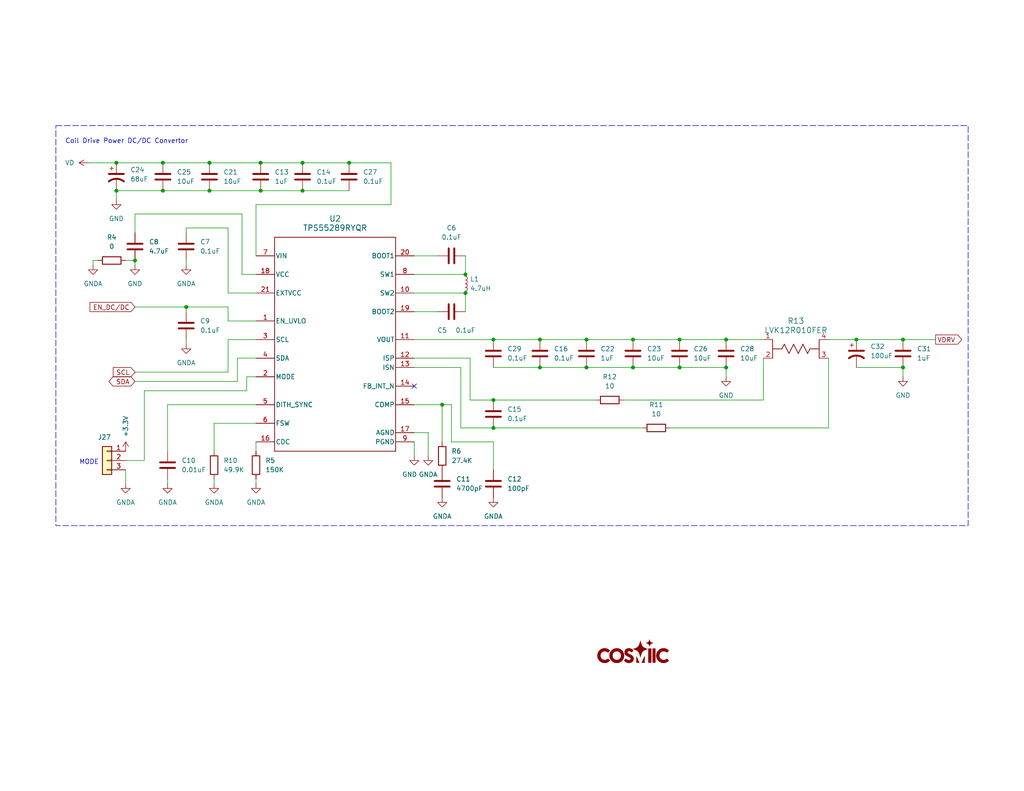
<source format=kicad_sch>
(kicad_sch (version 20231120) (generator "eeschema") (generator_version "8.0")
  (paper "A")
  (title_block (title "Smart Battery Charger - Coil Drive Power") (date "2025-04-14") (rev "A"))
  (lib_symbols
    (symbol "COSMiiC-1000:LOGO" (pin_names (offset 1.016))
      (symbol "LOGO_0_0"
        (polyline (pts (xy 5.7446 -3.1185) (xy 6.1148 -3.1115) (xy 6.1148 -1.1938) (xy 6.1148 0.7239) (xy 5.727 0.731) (xy 5.3393 0.738) (xy 5.3393 -1.1762) (xy 5.3393 -1.2) (xy 5.3396 -1.5064) (xy 5.3403 -1.7976) (xy 5.3413 -2.0698) (xy 5.3428 -2.3189) (xy 5.3445 -2.5411) (xy 5.3466 -2.7322) (xy 5.3489 -2.8885) (xy 5.3514 -3.0058) (xy 5.3541 -3.0802) (xy 5.3569 -3.1079) (xy 5.3638 -3.1104) (xy 5.4123 -3.1155) (xy 5.4983 -3.1187) (xy 5.6122 -3.1198) (xy 5.7446 -3.1185)) (stroke (width 0.01)) (fill (type outline)))
        (polyline (pts (xy 1.669 -3.0416) (xy 1.6443 -2.9839) (xy 1.5986 -2.8787) (xy 1.5412 -2.7473) (xy 1.475 -2.5963) (xy 1.4029 -2.4324) (xy 1.3278 -2.2621) (xy 1.2527 -2.0921) (xy 1.1804 -1.929) (xy 1.114 -1.7793) (xy 1.0562 -1.6498) (xy 1.0101 -1.5469) (xy 0.9785 -1.4774) (xy 0.9645 -1.4478) (xy 0.9613 -1.4495) (xy 0.9559 -1.4895) (xy 0.9512 -1.5737) (xy 0.9473 -1.6978) (xy 0.9443 -1.8576) (xy 0.9423 -2.0487) (xy 0.9415 -2.2669) (xy 0.9407 -3.1242) (xy 1.3224 -3.1242) (xy 1.7041 -3.1242) (xy 1.669 -3.0416)) (stroke (width 0.01)) (fill (type outline)))
        (polyline (pts (xy 3.1527 -2.2563) (xy 3.1525 -2.092) (xy 3.1518 -1.902) (xy 3.1506 -1.7341) (xy 3.1489 -1.5942) (xy 3.1469 -1.4879) (xy 3.1447 -1.4209) (xy 3.1422 -1.3991) (xy 3.136 -1.411) (xy 3.1116 -1.4636) (xy 3.0717 -1.5521) (xy 3.0189 -1.6703) (xy 2.9562 -1.8117) (xy 2.8862 -1.9701) (xy 2.8117 -2.1391) (xy 2.7356 -2.3123) (xy 2.6606 -2.4834) (xy 2.5895 -2.6462) (xy 2.5251 -2.7942) (xy 2.4701 -2.9211) (xy 2.4274 -3.0205) (xy 2.3998 -3.0862) (xy 2.39 -3.1118) (xy 2.3961 -3.114) (xy 2.4422 -3.118) (xy 2.526 -3.1212) (xy 2.6386 -3.1234) (xy 2.7713 -3.1242) (xy 3.1527 -3.1242) (xy 3.1527 -2.2563)) (stroke (width 0.01)) (fill (type outline)))
        (polyline (pts (xy 4.514 1.3657) (xy 4.541 1.4249) (xy 4.5725 1.5118) (xy 4.6146 1.6294) (xy 4.6905 1.7946) (xy 4.7784 1.9219) (xy 4.8861 2.0195) (xy 5.0215 2.0955) (xy 5.1922 2.1581) (xy 5.2051 2.1621) (xy 5.2985 2.1909) (xy 5.3737 2.2143) (xy 5.4156 2.2277) (xy 5.4192 2.2303) (xy 5.4017 2.2459) (xy 5.3467 2.2695) (xy 5.263 2.297) (xy 5.0836 2.3577) (xy 4.9255 2.4342) (xy 4.8025 2.5282) (xy 4.7066 2.6479) (xy 4.6295 2.8015) (xy 4.5629 2.9972) (xy 4.5073 3.1877) (xy 4.4413 2.9718) (xy 4.3981 2.8433) (xy 4.3259 2.6838) (xy 4.2382 2.56) (xy 4.1261 2.4628) (xy 3.9807 2.3833) (xy 3.7934 2.3125) (xy 3.7384 2.2936) (xy 3.6612 2.2632) (xy 3.6157 2.2396) (xy 3.6104 2.2268) (xy 3.6376 2.2179) (xy 3.7048 2.1964) (xy 3.7884 2.1702) (xy 3.8781 2.1403) (xy 4.0484 2.0663) (xy 4.1806 1.9764) (xy 4.2833 1.8618) (xy 4.3653 1.7139) (xy 4.4352 1.524) (xy 4.4538 1.4646) (xy 4.4774 1.3906) (xy 4.4919 1.3462) (xy 4.4959 1.3428) (xy 4.514 1.3657)) (stroke (width 0.01)) (fill (type outline)))
        (polyline (pts (xy 4.7574 -3.1238) (xy 4.8617 -3.1176) (xy 4.9392 -3.1076) (xy 4.9783 -3.0937) (xy 4.9824 -3.0841) (xy 4.988 -3.049) (xy 4.9928 -2.9867) (xy 4.9969 -2.8947) (xy 5.0002 -2.7701) (xy 5.003 -2.6106) (xy 5.0051 -2.4133) (xy 5.0067 -2.1758) (xy 5.0077 -1.8953) (xy 5.0083 -1.5692) (xy 5.0084 -1.195) (xy 5.0081 -0.9073) (xy 5.0073 -0.6168) (xy 5.006 -0.3447) (xy 5.0042 -0.095) (xy 5.0021 0.1282) (xy 4.9997 0.3209) (xy 4.9969 0.4791) (xy 4.9939 0.5986) (xy 4.9907 0.6755) (xy 4.9874 0.7056) (xy 4.9741 0.7156) (xy 4.9324 0.7254) (xy 4.858 0.731) (xy 4.745 0.7328) (xy 4.5873 0.731) (xy 4.2079 0.7239) (xy 4.2014 -1.1656) (xy 4.2013 -1.1752) (xy 4.2002 -1.5605) (xy 4.1998 -1.897) (xy 4.2001 -2.1871) (xy 4.2011 -2.4326) (xy 4.2029 -2.6358) (xy 4.2054 -2.7988) (xy 4.2087 -2.9235) (xy 4.2128 -3.0122) (xy 4.2177 -3.0668) (xy 4.2235 -3.0896) (xy 4.2422 -3.0992) (xy 4.3055 -3.1113) (xy 4.4003 -3.1199) (xy 4.515 -3.1249) (xy 4.638 -3.1262) (xy 4.7574 -3.1238)) (stroke (width 0.01)) (fill (type outline)))
        (polyline (pts (xy 2.1257 -1.2369) (xy 2.1262 -1.2351) (xy 2.2243 -0.9084) (xy 2.324 -0.6301) (xy 2.425 -0.4009) (xy 2.5269 -0.2218) (xy 2.5663 -0.1659) (xy 2.7098 -0.0037) (xy 2.8877 0.1416) (xy 3.104 0.2727) (xy 3.3628 0.392) (xy 3.6679 0.5022) (xy 3.9669 0.5987) (xy 3.6646 0.6944) (xy 3.6004 0.7151) (xy 3.3014 0.8273) (xy 3.0482 0.9511) (xy 2.8372 1.089) (xy 2.6646 1.243) (xy 2.5269 1.4157) (xy 2.5264 1.4165) (xy 2.4245 1.5959) (xy 2.3235 1.8253) (xy 2.2238 2.1038) (xy 2.1257 2.4308) (xy 2.0145 2.8321) (xy 1.9841 2.7178) (xy 1.9239 2.4961) (xy 1.8502 2.2395) (xy 1.7817 2.0225) (xy 1.7159 1.8393) (xy 1.6501 1.684) (xy 1.5819 1.5509) (xy 1.5087 1.4339) (xy 1.4281 1.3273) (xy 1.3374 1.2252) (xy 1.3321 1.2197) (xy 1.2356 1.124) (xy 1.1451 1.05) (xy 1.0428 0.9845) (xy 0.9107 0.9146) (xy 0.8327 0.8776) (xy 0.6795 0.8114) (xy 0.5163 0.7475) (xy 0.3675 0.6955) (xy 0.3625 0.6939) (xy 0.2514 0.6576) (xy 0.1616 0.6271) (xy 0.1022 0.6055) (xy 0.0822 0.596) (xy 0.0834 0.5953) (xy 0.1162 0.5831) (xy 0.1864 0.5586) (xy 0.2848 0.5251) (xy 0.4022 0.4858) (xy 0.4129 0.4823) (xy 0.6678 0.3899) (xy 0.8802 0.2964) (xy 1.0577 0.1976) (xy 1.2082 0.089) (xy 1.3396 -0.0336) (xy 1.4058 -0.1067) (xy 1.4887 -0.2114) (xy 1.5635 -0.3251) (xy 1.6327 -0.4536) (xy 1.699 -0.6029) (xy 1.7647 -0.7788) (xy 1.8324 -0.987) (xy 1.9047 -1.2334) (xy 1.9841 -1.524) (xy 2.0145 -1.6383) (xy 2.1257 -1.2369)) (stroke (width 0.01)) (fill (type outline)))
        (polyline (pts (xy -4.2702 -3.1834) (xy -4.0673 -3.1608) (xy -3.8908 -3.1236) (xy -3.7726 -3.0862) (xy -3.489 -2.9612) (xy -3.2292 -2.7954) (xy -2.9986 -2.5932) (xy -2.8025 -2.3591) (xy -2.6464 -2.0975) (xy -2.6074 -2.0152) (xy -2.5398 -1.8473) (xy -2.4938 -1.6834) (xy -2.4649 -1.5054) (xy -2.4487 -1.2954) (xy -2.4457 -1.1386) (xy -2.4709 -0.8321) (xy -2.5398 -0.5488) (xy -2.6542 -0.2847) (xy -2.8156 -0.0354) (xy -3.0257 0.2032) (xy -3.0487 0.226) (xy -3.2901 0.4317) (xy -3.544 0.5891) (xy -3.8142 0.6997) (xy -4.1045 0.7651) (xy -4.4188 0.787) (xy -4.5107 0.7852) (xy -4.8208 0.7488) (xy -5.1132 0.6685) (xy -5.3845 0.548) (xy -5.6315 0.3907) (xy -5.8509 0.2004) (xy -6.0396 -0.0193) (xy -6.1942 -0.2648) (xy -6.3115 -0.5325) (xy -6.3883 -0.8187) (xy -6.4214 -1.1199) (xy -6.417 -1.2192) (xy -5.6016 -1.2192) (xy -5.584 -0.9706) (xy -5.5258 -0.747) (xy -5.4251 -0.5458) (xy -5.2797 -0.3613) (xy -5.2725 -0.3537) (xy -5.0908 -0.1971) (xy -4.8904 -0.0867) (xy -4.6681 -0.0214) (xy -4.421 0.0001) (xy -4.2237 -0.0158) (xy -3.9965 -0.0767) (xy -3.791 -0.1798) (xy -3.6117 -0.3213) (xy -3.4633 -0.4974) (xy -3.3504 -0.7042) (xy -3.2776 -0.9381) (xy -3.2666 -1.0064) (xy -3.2578 -1.1701) (xy -3.2663 -1.3469) (xy -3.2907 -1.516) (xy -3.3295 -1.6567) (xy -3.3972 -1.8004) (xy -3.5237 -1.9832) (xy -3.6811 -2.1418) (xy -3.8601 -2.2674) (xy -4.0516 -2.3511) (xy -4.1143 -2.3677) (xy -4.2696 -2.3929) (xy -4.4358 -2.4031) (xy -4.5932 -2.3975) (xy -4.7224 -2.3754) (xy -4.8365 -2.338) (xy -5.0578 -2.2293) (xy -5.2451 -2.0848) (xy -5.3959 -1.908) (xy -5.5073 -1.7024) (xy -5.5768 -1.4716) (xy -5.6016 -1.2192) (xy -6.417 -1.2192) (xy -6.4074 -1.4324) (xy -6.3827 -1.5923) (xy -6.3067 -1.8796) (xy -6.1908 -2.1412) (xy -6.0313 -2.3842) (xy -5.8247 -2.6162) (xy -5.7598 -2.6783) (xy -5.5425 -2.8567) (xy -5.3168 -2.993) (xy -5.0708 -3.0935) (xy -4.7927 -3.1644) (xy -4.6753 -3.1811) (xy -4.4795 -3.1905) (xy -4.2702 -3.1834)) (stroke (width 0.01)) (fill (type outline)))
        (polyline (pts (xy -7.5463 -3.187) (xy -7.2443 -3.1356) (xy -6.9578 -3.0387) (xy -6.6914 -2.8977) (xy -6.4497 -2.7138) (xy -6.4155 -2.6829) (xy -6.362 -2.631) (xy -6.3382 -2.5961) (xy -6.3383 -2.5667) (xy -6.3564 -2.5313) (xy -6.3858 -2.4917) (xy -6.4404 -2.4282) (xy -6.511 -2.3509) (xy -6.5894 -2.2682) (xy -6.6671 -2.1889) (xy -6.736 -2.1216) (xy -6.7876 -2.0748) (xy -6.8137 -2.0574) (xy -6.8263 -2.0623) (xy -6.8708 -2.0911) (xy -6.9313 -2.1371) (xy -6.9987 -2.1866) (xy -7.1858 -2.2887) (xy -7.3948 -2.3624) (xy -7.6093 -2.4027) (xy -7.8133 -2.4049) (xy -7.8367 -2.4024) (xy -8.0837 -2.3514) (xy -8.3041 -2.2591) (xy -8.4946 -2.1288) (xy -8.6519 -1.964) (xy -8.7728 -1.7678) (xy -8.854 -1.5439) (xy -8.8922 -1.2954) (xy -8.8951 -1.2174) (xy -8.8764 -0.9618) (xy -8.8128 -0.7297) (xy -8.7039 -0.5203) (xy -8.5496 -0.333) (xy -8.4962 -0.2826) (xy -8.3113 -0.1477) (xy -8.1077 -0.0577) (xy -7.8815 -0.0111) (xy -7.6288 -0.0065) (xy -7.5473 -0.0134) (xy -7.3518 -0.0507) (xy -7.1708 -0.121) (xy -6.986 -0.2307) (xy -6.9851 -0.2312) (xy -6.9075 -0.2811) (xy -6.8435 -0.3166) (xy -6.8071 -0.3302) (xy -6.7909 -0.325) (xy -6.7593 -0.3027) (xy -6.7108 -0.2587) (xy -6.6412 -0.1891) (xy -6.5463 -0.0897) (xy -6.4218 0.0436) (xy -6.388 0.0815) (xy -6.3511 0.1362) (xy -6.344 0.1847) (xy -6.3698 0.2357) (xy -6.4312 0.2982) (xy -6.5313 0.3811) (xy -6.7088 0.5078) (xy -6.9245 0.6229) (xy -7.1709 0.7152) (xy -7.1957 0.7228) (xy -7.2788 0.7452) (xy -7.3607 0.7602) (xy -7.4545 0.7692) (xy -7.573 0.7736) (xy -7.7294 0.7747) (xy -7.7764 0.7747) (xy -7.9212 0.7728) (xy -8.0317 0.7673) (xy -8.121 0.7568) (xy -8.2019 0.7399) (xy -8.2876 0.7153) (xy -8.3491 0.6951) (xy -8.6508 0.5662) (xy -8.9197 0.399) (xy -9.1542 0.195) (xy -9.3529 -0.0442) (xy -9.514 -0.3172) (xy -9.6362 -0.6223) (xy -9.6574 -0.7015) (xy -9.6869 -0.8733) (xy -9.7045 -1.068) (xy -9.7095 -1.2684) (xy -9.7011 -1.4572) (xy -9.6786 -1.6174) (xy -9.608 -1.8743) (xy -9.4946 -2.1356) (xy -9.3404 -2.3763) (xy -9.1405 -2.6056) (xy -9.1238 -2.6223) (xy -8.8831 -2.8263) (xy -8.619 -2.9877) (xy -8.3362 -3.1041) (xy -8.0395 -3.1729) (xy -7.859 -3.1916) (xy -7.5463 -3.187)) (stroke (width 0.01)) (fill (type outline)))
        (polyline (pts (xy 8.5169 -3.1876) (xy 8.8197 -3.1368) (xy 9.1072 -3.0403) (xy 9.375 -2.8994) (xy 9.6184 -2.7153) (xy 9.6774 -2.6607) (xy 9.719 -2.6136) (xy 9.7325 -2.5786) (xy 9.7245 -2.5455) (xy 9.7218 -2.5404) (xy 9.69 -2.4975) (xy 9.6342 -2.4324) (xy 9.5627 -2.3537) (xy 9.4836 -2.2699) (xy 9.4053 -2.1898) (xy 9.336 -2.122) (xy 9.2839 -2.0749) (xy 9.2572 -2.0574) (xy 9.2442 -2.0621) (xy 9.1987 -2.0905) (xy 9.1375 -2.1361) (xy 9.0463 -2.2022) (xy 8.8386 -2.3116) (xy 8.618 -2.3794) (xy 8.3914 -2.4061) (xy 8.1658 -2.3926) (xy 7.9479 -2.3396) (xy 7.7447 -2.2478) (xy 7.5631 -2.118) (xy 7.4099 -1.9509) (xy 7.3786 -1.9069) (xy 7.2726 -1.7192) (xy 7.2071 -1.5203) (xy 7.1767 -1.2954) (xy 7.1737 -1.2156) (xy 7.1927 -0.9602) (xy 7.2565 -0.7284) (xy 7.3653 -0.52) (xy 7.5193 -0.3345) (xy 7.5742 -0.2831) (xy 7.7604 -0.1477) (xy 7.9638 -0.0575) (xy 8.1888 -0.011) (xy 8.4401 -0.0065) (xy 8.5215 -0.0134) (xy 8.717 -0.0507) (xy 8.8981 -0.121) (xy 9.0829 -0.2307) (xy 9.0837 -0.2312) (xy 9.1614 -0.2811) (xy 9.2253 -0.3166) (xy 9.2617 -0.3302) (xy 9.2725 -0.3269) (xy 9.3214 -0.291) (xy 9.402 -0.2154) (xy 9.5142 -0.1002) (xy 9.6582 0.0547) (xy 9.6824 0.0824) (xy 9.7185 0.1382) (xy 9.7242 0.1887) (xy 9.6963 0.242) (xy 9.6316 0.3062) (xy 9.527 0.3893) (xy 9.4305 0.4597) (xy 9.2645 0.564) (xy 9.0944 0.6453) (xy 8.8982 0.7151) (xy 8.8884 0.7182) (xy 8.8015 0.7425) (xy 8.718 0.7588) (xy 8.6243 0.7687) (xy 8.5069 0.7735) (xy 8.3522 0.7747) (xy 8.2106 0.7731) (xy 8.0347 0.763) (xy 7.8835 0.7408) (xy 7.7416 0.7029) (xy 7.5936 0.6459) (xy 7.4242 0.5665) (xy 7.3272 0.5163) (xy 7.2324 0.4596) (xy 7.1455 0.3955) (xy 7.0526 0.3139) (xy 6.94 0.2043) (xy 6.9266 0.1908) (xy 6.7262 -0.0376) (xy 6.5731 -0.2725) (xy 6.4639 -0.5215) (xy 6.3951 -0.7922) (xy 6.3634 -1.0922) (xy 6.3609 -1.2669) (xy 6.387 -1.5754) (xy 6.4551 -1.8588) (xy 6.5668 -2.1217) (xy 6.724 -2.3689) (xy 6.9284 -2.605) (xy 6.9457 -2.6223) (xy 7.1855 -2.8263) (xy 7.4491 -2.9877) (xy 7.732 -3.104) (xy 8.0294 -3.1729) (xy 8.2034 -3.1913) (xy 8.5169 -3.1876)) (stroke (width 0.01)) (fill (type outline)))
        (polyline (pts (xy -0.9611 -3.1767) (xy -0.7752 -3.1496) (xy -0.6102 -3.1087) (xy -0.4592 -3.0505) (xy -0.2548 -2.9317) (xy -0.0879 -2.78) (xy 0.0395 -2.5977) (xy 0.1257 -2.3871) (xy 0.1689 -2.1503) (xy 0.1712 -2.1188) (xy 0.1631 -1.8805) (xy 0.1094 -1.6613) (xy 0.011 -1.4641) (xy -0.131 -1.2916) (xy -0.1339 -1.2888) (xy -0.2158 -1.2165) (xy -0.312 -1.1457) (xy -0.4292 -1.0725) (xy -0.574 -0.9931) (xy -0.7531 -0.9037) (xy -0.9731 -0.8002) (xy -1.0855 -0.7473) (xy -1.2415 -0.6678) (xy -1.3576 -0.5973) (xy -1.4388 -0.5314) (xy -1.4905 -0.4656) (xy -1.5176 -0.3954) (xy -1.5256 -0.3161) (xy -1.525 -0.2895) (xy -1.5019 -0.1652) (xy -1.4417 -0.0719) (xy -1.3403 -0.0026) (xy -1.2478 0.0323) (xy -1.0812 0.0535) (xy -0.9047 0.0284) (xy -0.723 -0.042) (xy -0.5408 -0.1568) (xy -0.4542 -0.2177) (xy -0.3791 -0.2586) (xy -0.3344 -0.2665) (xy -0.3277 -0.2633) (xy -0.2837 -0.2267) (xy -0.2222 -0.1613) (xy -0.1517 -0.0781) (xy -0.0811 0.0121) (xy -0.0188 0.0982) (xy 0.0264 0.1693) (xy 0.0459 0.2144) (xy 0.036 0.257) (xy -0.0136 0.3256) (xy -0.0999 0.4073) (xy -0.2176 0.4975) (xy -0.3616 0.5914) (xy -0.3737 0.5986) (xy -0.5216 0.6768) (xy -0.667 0.7298) (xy -0.8275 0.7626) (xy -1.0203 0.7804) (xy -1.2269 0.78) (xy -1.4756 0.7439) (xy -1.6979 0.6697) (xy -1.8906 0.5596) (xy -2.0508 0.4159) (xy -2.1754 0.241) (xy -2.2615 0.0369) (xy -2.306 -0.1939) (xy -2.3098 -0.2813) (xy -2.297 -0.4568) (xy -2.2613 -0.6285) (xy -2.2066 -0.774) (xy -2.1414 -0.8867) (xy -2.0611 -0.9904) (xy -1.9608 -1.0875) (xy -1.8349 -1.1825) (xy -1.6776 -1.2796) (xy -1.4832 -1.3832) (xy -1.2459 -1.4975) (xy -1.1523 -1.5416) (xy -1.0212 -1.6057) (xy -0.9071 -1.664) (xy -0.8198 -1.7116) (xy -0.7691 -1.7433) (xy -0.7402 -1.7673) (xy -0.658 -1.8699) (xy -0.6151 -1.9861) (xy -0.6107 -2.106) (xy -0.6441 -2.2194) (xy -0.7143 -2.3163) (xy -0.8207 -2.3868) (xy -1.0137 -2.4447) (xy -1.2105 -2.4533) (xy -1.4073 -2.4122) (xy -1.6016 -2.3222) (xy -1.791 -2.1836) (xy -1.8007 -2.1752) (xy -1.8762 -2.1155) (xy -1.941 -2.0733) (xy -1.9819 -2.0574) (xy -2.0038 -2.0658) (xy -2.0559 -2.107) (xy -2.123 -2.1735) (xy -2.1967 -2.2555) (xy -2.2687 -2.3431) (xy -2.3305 -2.4263) (xy -2.3737 -2.4951) (xy -2.39 -2.5397) (xy -2.3878 -2.5542) (xy -2.3557 -2.6141) (xy -2.2921 -2.6905) (xy -2.2055 -2.7754) (xy -2.1045 -2.8608) (xy -1.9979 -2.9388) (xy -1.8941 -3.0011) (xy -1.8762 -3.0104) (xy -1.7103 -3.0862) (xy -1.5472 -3.1385) (xy -1.3603 -3.1761) (xy -1.3142 -3.1821) (xy -1.1476 -3.1882) (xy -0.9611 -3.1767)) (stroke (width 0.01)) (fill (type outline)))
      )
    )
    (symbol "CUR_SEN:LVK12R010FER" (pin_names (offset 0.254))
      (property "Reference" "R" (at 10.16 0 0))
      (property "Value" "LVK12R010FER" (at 10.16 -5.08 0))
      (symbol "LVK12R010FER_0_1"
        (polyline (pts (xy 2.54 0) (xy 2.54 -5.08)) (stroke (width 0.2032)))
        (polyline (pts (xy 5.08 -2.54) (xy 2.54 -2.54)) (stroke (width 0.2032)))
        (polyline (pts (xy 5.08 -2.54) (xy 5.715 -1.27)) (stroke (width 0.2032)))
        (polyline (pts (xy 5.715 -1.27) (xy 6.985 -3.81)) (stroke (width 0.2032)))
        (polyline (pts (xy 6.985 -3.81) (xy 8.255 -1.27)) (stroke (width 0.2032)))
        (polyline (pts (xy 8.255 -1.27) (xy 9.525 -3.81)) (stroke (width 0.2032)))
        (polyline (pts (xy 9.525 -3.81) (xy 10.795 -1.27)) (stroke (width 0.2032)))
        (polyline (pts (xy 10.795 -1.27) (xy 12.065 -3.81)) (stroke (width 0.2032)))
        (polyline (pts (xy 12.065 -3.81) (xy 12.7 -2.54)) (stroke (width 0.2032)))
        (polyline (pts (xy 15.24 -2.54) (xy 12.7 -2.54)) (stroke (width 0.2032)))
        (polyline (pts (xy 15.24 0) (xy 15.24 -5.08)) (stroke (width 0.2032)))
        (pin unspecified line (at 0 0 0) (length 2.54) (name "") (number "1"))
        (pin unspecified line (at 0 -5.08 0) (length 2.54) (name "") (number "2"))
        (pin unspecified line (at 17.78 -5.08 180) (length 2.54) (name "") (number "3"))
        (pin unspecified line (at 17.78 0 180) (length 2.54) (name "") (number "4"))
      )
    )
    (symbol "Connector_Generic:Conn_01x03" (pin_names (offset 1.016) hide)
      (property "Reference" "J" (at 0 5.08 0))
      (property "Value" "Conn_01x03" (at 0 -5.08 0))
      (symbol "Conn_01x03_1_1"
        (rectangle (start -1.27 -2.413) (end 0 -2.667) (stroke (width 0.1524)))
        (rectangle (start -1.27 0.127) (end 0 -0.127) (stroke (width 0.1524)))
        (rectangle (start -1.27 2.667) (end 0 2.413) (stroke (width 0.1524)))
        (rectangle (start -1.27 3.81) (end 1.27 -3.81) (stroke (width 0.254)) (fill (type background)))
        (pin passive line (at -5.08 2.54 0) (length 3.81) (name "Pin_1") (number "1"))
        (pin passive line (at -5.08 0 0) (length 3.81) (name "Pin_2") (number "2"))
        (pin passive line (at -5.08 -2.54 0) (length 3.81) (name "Pin_3") (number "3"))
      )
    )
    (symbol "Device:C" (pin_numbers hide) (pin_names (offset 0.254))
      (property "Reference" "C" (at 0.635 2.54 0))
      (property "Value" "C" (at 0.635 -2.54 0))
      (symbol "C_0_1"
        (polyline (pts (xy -2.032 -0.762) (xy 2.032 -0.762)) (stroke (width 0.508)))
        (polyline (pts (xy -2.032 0.762) (xy 2.032 0.762)) (stroke (width 0.508)))
      )
      (symbol "C_1_1"
        (pin passive line (at 0 3.81 270) (length 2.794) (name "~") (number "1"))
        (pin passive line (at 0 -3.81 90) (length 2.794) (name "~") (number "2"))
      )
    )
    (symbol "Device:C_Polarized_US" (pin_numbers hide) (pin_names (offset 0.254) hide)
      (property "Reference" "C" (at 0.635 2.54 0))
      (property "Value" "C_Polarized_US" (at 0.635 -2.54 0))
      (symbol "C_Polarized_US_0_1"
        (polyline (pts (xy -2.032 0.762) (xy 2.032 0.762)) (stroke (width 0.508)))
        (polyline (pts (xy -1.778 2.286) (xy -0.762 2.286)))
        (polyline (pts (xy -1.27 1.778) (xy -1.27 2.794)))
        (arc (start 2.032 -1.27) (mid 0 -0.5572) (end -2.032 -1.27) (stroke (width 0.508)))
      )
      (symbol "C_Polarized_US_1_1"
        (pin passive line (at 0 3.81 270) (length 2.794) (name "~") (number "1"))
        (pin passive line (at 0 -3.81 90) (length 3.302) (name "~") (number "2"))
      )
    )
    (symbol "Device:L_Small" (pin_numbers hide) (pin_names (offset 0.254) hide)
      (property "Reference" "L" (at 0.762 1.016 0))
      (property "Value" "L_Small" (at 0.762 -1.016 0))
      (symbol "L_Small_0_1"
        (arc (start 0 -2.032) (mid 0.5058 -1.524) (end 0 -1.016))
        (arc (start 0 -1.016) (mid 0.5058 -0.508) (end 0 0))
        (arc (start 0 0) (mid 0.5058 0.508) (end 0 1.016))
        (arc (start 0 1.016) (mid 0.5058 1.524) (end 0 2.032))
      )
      (symbol "L_Small_1_1"
        (pin passive line (at 0 2.54 270) (length 0.508) (name "~") (number "1"))
        (pin passive line (at 0 -2.54 90) (length 0.508) (name "~") (number "2"))
      )
    )
    (symbol "Device:R" (pin_numbers hide) (pin_names (offset 0))
      (property "Reference" "R" (at 2.032 0 90))
      (property "Value" "R" (at 0 0 90))
      (symbol "R_0_1"
        (rectangle (start -1.016 -2.54) (end 1.016 2.54) (stroke (width 0.254)))
      )
      (symbol "R_1_1"
        (pin passive line (at 0 3.81 270) (length 1.27) (name "~") (number "1"))
        (pin passive line (at 0 -3.81 90) (length 1.27) (name "~") (number "2"))
      )
    )
    (symbol "TPS55289:TPS55289RYQR" (pin_names (offset 0.254))
      (property "Reference" "U" (at 0 2.54 0))
      (property "Value" "TPS55289RYQR" (at 0 0 0))
      (symbol "TPS55289RYQR_0_1"
        (polyline (pts (xy 5.08 -53.34) (xy 38.1 -53.34)) (stroke (width 0.2032)))
        (polyline (pts (xy 5.08 5.08) (xy 5.08 -53.34)) (stroke (width 0.2032)))
        (polyline (pts (xy 38.1 -53.34) (xy 38.1 5.08)) (stroke (width 0.2032)))
        (polyline (pts (xy 38.1 5.08) (xy 5.08 5.08)) (stroke (width 0.2032)))
        (pin unspecified line (at 0 -17.78 0) (length 5.08) (name "EN_UVLO") (number "1"))
        (pin unspecified line (at 43.18 -10.16 180) (length 5.08) (name "SW2") (number "10"))
        (pin unspecified line (at 43.18 -22.86 180) (length 5.08) (name "VOUT") (number "11"))
        (pin unspecified line (at 43.18 -27.94 180) (length 5.08) (name "ISP") (number "12"))
        (pin unspecified line (at 43.18 -30.48 180) (length 5.08) (name "ISN") (number "13"))
        (pin unspecified line (at 43.18 -35.56 180) (length 5.08) (name "FB_INT_N") (number "14"))
        (pin unspecified line (at 43.18 -40.64 180) (length 5.08) (name "COMP") (number "15"))
        (pin unspecified line (at 0 -50.8 0) (length 5.08) (name "CDC") (number "16"))
        (pin unspecified line (at 43.18 -48.26 180) (length 5.08) (name "AGND") (number "17"))
        (pin unspecified line (at 0 -5.08 0) (length 5.08) (name "VCC") (number "18"))
        (pin unspecified line (at 43.18 -15.24 180) (length 5.08) (name "BOOT2") (number "19"))
        (pin unspecified line (at 0 -33.02 0) (length 5.08) (name "MODE") (number "2"))
        (pin unspecified line (at 43.18 0 180) (length 5.08) (name "BOOT1") (number "20"))
        (pin unspecified line (at 0 -10.16 0) (length 5.08) (name "EXTVCC") (number "21"))
        (pin unspecified line (at 0 -22.86 0) (length 5.08) (name "SCL") (number "3"))
        (pin unspecified line (at 0 -27.94 0) (length 5.08) (name "SDA") (number "4"))
        (pin unspecified line (at 0 -40.64 0) (length 5.08) (name "DITH_SYNC") (number "5"))
        (pin unspecified line (at 0 -45.72 0) (length 5.08) (name "FSW") (number "6"))
        (pin unspecified line (at 0 0 0) (length 5.08) (name "VIN") (number "7"))
        (pin unspecified line (at 43.18 -5.08 180) (length 5.08) (name "SW1") (number "8"))
        (pin unspecified line (at 43.18 -50.8 180) (length 5.08) (name "PGND") (number "9"))
      )
    )
    (symbol "power:+3.3V" (power) (pin_names (offset 0))
      (property "Value" "+3.3V" (at 0 3.556 0))
      (symbol "+3.3V_0_1"
        (polyline (pts (xy -0.762 1.27) (xy 0 2.54)))
        (polyline (pts (xy 0 0) (xy 0 2.54)))
        (polyline (pts (xy 0 2.54) (xy 0.762 1.27)))
      )
      (symbol "+3.3V_1_1"
        (pin power_in line (at 0 0 90) (length 0) hide (name "+3.3V") (number "1"))
      )
    )
    (symbol "power:GND" (power) (pin_names (offset 0))
      (property "Value" "GND" (at 0 -3.81 0))
      (symbol "GND_0_1"
        (polyline (pts (xy 0 0) (xy 0 -1.27) (xy 1.27 -1.27) (xy 0 -2.54) (xy -1.27 -1.27) (xy 0 -1.27)))
      )
      (symbol "GND_1_1"
        (pin power_in line (at 0 0 270) (length 0) hide (name "GND") (number "1"))
      )
    )
    (symbol "power:GNDA" (power) (pin_names (offset 0))
      (property "Value" "GNDA" (at 0 -3.81 0))
      (symbol "GNDA_0_1"
        (polyline (pts (xy 0 0) (xy 0 -1.27) (xy 1.27 -1.27) (xy 0 -2.54) (xy -1.27 -1.27) (xy 0 -1.27)))
      )
      (symbol "GNDA_1_1"
        (pin power_in line (at 0 0 270) (length 0) hide (name "GNDA") (number "1"))
      )
    )
    (symbol "power:VD" (power) (pin_names (offset 0))
      (property "Value" "VD" (at 0 3.81 0))
      (symbol "VD_0_1"
        (polyline (pts (xy -0.762 1.27) (xy 0 2.54)))
        (polyline (pts (xy 0 0) (xy 0 2.54)))
        (polyline (pts (xy 0 2.54) (xy 0.762 1.27)))
      )
      (symbol "VD_1_1"
        (pin power_in line (at 0 0 90) (length 0) hide (name "VD") (number "1"))
      )
    )
  )
  (junction (at 185.42 100.33))
  (junction (at 31.75 44.45))
  (junction (at 134.62 116.84))
  (junction (at 160.02 92.71))
  (junction (at 233.68 92.71))
  (junction (at 134.62 109.22))
  (junction (at 71.12 44.45))
  (junction (at 160.02 100.33))
  (junction (at 172.72 92.71))
  (junction (at 57.15 44.45))
  (junction (at 127 74.93))
  (junction (at 127 80.01))
  (junction (at 82.55 52.07))
  (junction (at 134.62 92.71))
  (junction (at 246.38 100.33))
  (junction (at 147.32 92.71))
  (junction (at 50.8 83.82))
  (junction (at 198.12 100.33))
  (junction (at 44.45 52.07))
  (junction (at 57.15 52.07))
  (junction (at 95.25 44.45))
  (junction (at 31.75 52.07))
  (junction (at 172.72 100.33))
  (junction (at 246.38 92.71))
  (junction (at 44.45 44.45))
  (junction (at 82.55 44.45))
  (junction (at 120.65 110.49))
  (junction (at 36.83 71.12))
  (junction (at 185.42 92.71))
  (junction (at 147.32 100.33))
  (junction (at 198.12 92.71))
  (junction (at 71.12 52.07))
  (no_connect (at 113.03 105.41))
  (wire (pts (xy 127 80.01) (xy 127 85.09)))
  (wire (pts (xy 45.72 130.81) (xy 45.72 132.08)))
  (wire (pts (xy 125.73 116.84) (xy 134.62 116.84)))
  (wire (pts (xy 172.72 100.33) (xy 185.42 100.33)))
  (wire (pts (xy 120.65 110.49) (xy 120.65 120.65)))
  (wire (pts (xy 233.68 92.71) (xy 246.38 92.71)))
  (wire (pts (xy 123.19 120.65) (xy 123.19 110.49)))
  (wire (pts (xy 226.06 97.79) (xy 226.06 116.84)))
  (wire (pts (xy 50.8 92.71) (xy 50.8 93.98)))
  (wire (pts (xy 113.03 92.71) (xy 134.62 92.71)))
  (wire (pts (xy 172.72 92.71) (xy 185.42 92.71)))
  (wire (pts (xy 246.38 100.33) (xy 246.38 102.87)))
  (wire (pts (xy 208.28 109.22) (xy 170.18 109.22)))
  (wire (pts (xy 185.42 100.33) (xy 198.12 100.33)))
  (wire (pts (xy 113.03 118.11) (xy 116.84 118.11)))
  (wire (pts (xy 34.29 125.73) (xy 39.37 125.73)))
  (wire (pts (xy 82.55 44.45) (xy 95.25 44.45)))
  (wire (pts (xy 69.85 92.71) (xy 62.23 92.71)))
  (wire (pts (xy 57.15 52.07) (xy 71.12 52.07)))
  (wire (pts (xy 69.85 123.19) (xy 69.85 120.65)))
  (wire (pts (xy 185.42 92.71) (xy 198.12 92.71)))
  (wire (pts (xy 45.72 110.49) (xy 69.85 110.49)))
  (wire (pts (xy 125.73 100.33) (xy 125.73 116.84)))
  (wire (pts (xy 44.45 52.07) (xy 57.15 52.07)))
  (wire (pts (xy 71.12 52.07) (xy 82.55 52.07)))
  (wire (pts (xy 36.83 58.42) (xy 36.83 63.5)))
  (wire (pts (xy 123.19 110.49) (xy 120.65 110.49)))
  (wire (pts (xy 39.37 125.73) (xy 39.37 106.68)))
  (wire (pts (xy 113.03 85.09) (xy 119.38 85.09)))
  (wire (pts (xy 160.02 100.33) (xy 172.72 100.33)))
  (wire (pts (xy 226.06 116.84) (xy 182.88 116.84)))
  (wire (pts (xy 106.68 44.45) (xy 106.68 55.88)))
  (wire (pts (xy 208.28 97.79) (xy 208.28 109.22)))
  (wire (pts (xy 134.62 120.65) (xy 134.62 128.27)))
  (wire (pts (xy 62.23 87.63) (xy 69.85 87.63)))
  (wire (pts (xy 36.83 71.12) (xy 36.83 72.39)))
  (wire (pts (xy 58.42 123.19) (xy 58.42 115.57)))
  (wire (pts (xy 127 69.85) (xy 127 74.93)))
  (wire (pts (xy 69.85 130.81) (xy 69.85 132.08)))
  (wire (pts (xy 147.32 92.71) (xy 160.02 92.71)))
  (wire (pts (xy 113.03 74.93) (xy 127 74.93)))
  (wire (pts (xy 198.12 100.33) (xy 198.12 102.87)))
  (wire (pts (xy 128.27 97.79) (xy 128.27 109.22)))
  (wire (pts (xy 113.03 80.01) (xy 127 80.01)))
  (wire (pts (xy 113.03 110.49) (xy 120.65 110.49)))
  (wire (pts (xy 31.75 44.45) (xy 44.45 44.45)))
  (wire (pts (xy 128.27 109.22) (xy 134.62 109.22)))
  (wire (pts (xy 34.29 128.27) (xy 34.29 132.08)))
  (wire (pts (xy 50.8 83.82) (xy 62.23 83.82)))
  (wire (pts (xy 95.25 44.45) (xy 106.68 44.45)))
  (wire (pts (xy 50.8 85.09) (xy 50.8 83.82)))
  (wire (pts (xy 24.13 44.45) (xy 31.75 44.45)))
  (wire (pts (xy 160.02 92.71) (xy 172.72 92.71)))
  (wire (pts (xy 64.77 97.79) (xy 64.77 104.14)))
  (wire (pts (xy 36.83 104.14) (xy 64.77 104.14)))
  (wire (pts (xy 198.12 92.71) (xy 208.28 92.71)))
  (wire (pts (xy 82.55 52.07) (xy 95.25 52.07)))
  (wire (pts (xy 69.85 102.87) (xy 67.31 102.87)))
  (wire (pts (xy 175.26 116.84) (xy 134.62 116.84)))
  (wire (pts (xy 58.42 115.57) (xy 69.85 115.57)))
  (wire (pts (xy 162.56 109.22) (xy 134.62 109.22)))
  (wire (pts (xy 62.23 62.23) (xy 50.8 62.23)))
  (wire (pts (xy 57.15 44.45) (xy 71.12 44.45)))
  (wire (pts (xy 116.84 118.11) (xy 116.84 124.46)))
  (wire (pts (xy 36.83 83.82) (xy 50.8 83.82)))
  (wire (pts (xy 39.37 106.68) (xy 67.31 106.68)))
  (wire (pts (xy 233.68 100.33) (xy 246.38 100.33)))
  (wire (pts (xy 36.83 101.6) (xy 62.23 101.6)))
  (wire (pts (xy 31.75 52.07) (xy 31.75 54.61)))
  (wire (pts (xy 106.68 55.88) (xy 69.85 55.88)))
  (wire (pts (xy 134.62 92.71) (xy 147.32 92.71)))
  (wire (pts (xy 113.03 97.79) (xy 128.27 97.79)))
  (wire (pts (xy 67.31 102.87) (xy 67.31 106.68)))
  (wire (pts (xy 50.8 62.23) (xy 50.8 63.5)))
  (wire (pts (xy 69.85 74.93) (xy 66.04 74.93)))
  (wire (pts (xy 45.72 123.19) (xy 45.72 110.49)))
  (wire (pts (xy 69.85 97.79) (xy 64.77 97.79)))
  (wire (pts (xy 66.04 58.42) (xy 36.83 58.42)))
  (wire (pts (xy 147.32 100.33) (xy 160.02 100.33)))
  (wire (pts (xy 113.03 120.65) (xy 113.03 124.46)))
  (wire (pts (xy 113.03 100.33) (xy 125.73 100.33)))
  (wire (pts (xy 123.19 120.65) (xy 134.62 120.65)))
  (wire (pts (xy 50.8 71.12) (xy 50.8 72.39)))
  (wire (pts (xy 62.23 80.01) (xy 62.23 62.23)))
  (wire (pts (xy 25.4 72.39) (xy 25.4 71.12)))
  (wire (pts (xy 58.42 130.81) (xy 58.42 132.08)))
  (wire (pts (xy 71.12 44.45) (xy 82.55 44.45)))
  (wire (pts (xy 113.03 69.85) (xy 119.38 69.85)))
  (wire (pts (xy 62.23 83.82) (xy 62.23 87.63)))
  (wire (pts (xy 134.62 100.33) (xy 147.32 100.33)))
  (wire (pts (xy 69.85 80.01) (xy 62.23 80.01)))
  (wire (pts (xy 62.23 92.71) (xy 62.23 101.6)))
  (wire (pts (xy 44.45 44.45) (xy 57.15 44.45)))
  (wire (pts (xy 246.38 92.71) (xy 255.27 92.71)))
  (wire (pts (xy 25.4 71.12) (xy 26.67 71.12)))
  (wire (pts (xy 34.29 71.12) (xy 36.83 71.12)))
  (wire (pts (xy 226.06 92.71) (xy 233.68 92.71)))
  (wire (pts (xy 69.85 55.88) (xy 69.85 69.85)))
  (wire (pts (xy 66.04 74.93) (xy 66.04 58.42)))
  (wire (pts (xy 31.75 52.07) (xy 44.45 52.07)))
  (rectangle (start 15.24 34.29) (end 264.16 143.51) (stroke (width 0) (type dash)))
  (text "Coil Drive Power DC/DC Convertor" (at 17.78 39.37 0) (effects (font (size 1.27 1.27)) (justify left bottom)))
  (text "MODE" (at 21.59 127 0) (effects (font (size 1.27 1.27)) (justify left bottom)))
  (global_label "VDRV" (shape output) (at 255.27 92.71 0) (property "Intersheetrefs" "${INTERSHEET_REFS}" (effects (hide yes))))
  (global_label "SCL" (shape input) (at 36.83 101.6 180) (property "Intersheetrefs" "${INTERSHEET_REFS}" (effects (hide yes))))
  (global_label "EN_DC{slash}DC" (shape input) (at 36.83 83.82 180) (property "Intersheetrefs" "${INTERSHEET_REFS}" (effects (hide yes))))
  (global_label "SDA" (shape bidirectional) (at 36.83 104.14 180) (property "Intersheetrefs" "${INTERSHEET_REFS}" (effects (hide yes))))
  (symbol (lib_id "Device:C") (at 172.72 96.52 0) (unit 1)
    (property "Reference" "C23" (at 176.53 95.25 0) (effects (justify left)))
    (property "Value" "10uF" (at 176.53 97.79 0) (effects (justify left)))
    (property "Footprint" "Capacitor_SMD:C_1206_3216Metric" (effects (hide yes)))
  )
  (symbol (lib_id "Device:C") (at 123.19 69.85 90) (unit 1)
    (property "Reference" "C6" (at 123.19 62.23 90))
    (property "Value" "0.1uF" (at 123.19 64.77 90))
    (property "Footprint" "Capacitor_SMD:C_0603_1608Metric" (effects (hide yes)))
  )
  (symbol (lib_id "Connector_Generic:Conn_01x03") (at 29.21 125.73 0) (mirror y) (unit 1)
    (property "Reference" "J27" (at 26.67 119.38 0) (effects (justify right)))
    (property "Value" "Conn_01x03" (effects (hide yes)))
    (property "Footprint" "Connector_PinHeader_2.54mm:PinHeader_1x03_P2.54mm_Vertical" (effects (hide yes)))
  )
  (symbol (lib_id "power:GND") (at 36.83 72.39 0) (unit 1)
    (property "Reference" "#PWR039" (effects (hide yes)))
    (property "Value" "GND" (at 36.83 77.47 0))
  )
  (symbol (lib_id "power:GND") (at 246.38 102.87 0) (unit 1)
    (property "Reference" "#PWR024" (effects (hide yes)))
    (property "Value" "GND" (at 246.38 107.95 0))
  )
  (symbol (lib_id "Device:C") (at 57.15 48.26 0) (unit 1)
    (property "Reference" "C21" (at 60.96 46.99 0) (effects (justify left)))
    (property "Value" "10uF" (at 60.96 49.53 0) (effects (justify left)))
    (property "Footprint" "Capacitor_SMD:C_1206_3216Metric" (effects (hide yes)))
  )
  (symbol (lib_id "power:GNDA") (at 45.72 132.08 0) (unit 1)
    (property "Reference" "#PWR033" (effects (hide yes)))
    (property "Value" "GNDA" (at 45.72 137.16 0))
  )
  (symbol (lib_id "Device:C") (at 50.8 88.9 0) (unit 1)
    (property "Reference" "C9" (at 54.61 87.63 0) (effects (justify left)))
    (property "Value" "0.1uF" (at 54.61 90.17 0) (effects (justify left)))
    (property "Footprint" "Capacitor_SMD:C_0402_1005Metric" (effects (hide yes)))
  )
  (symbol (lib_id "CUR_SEN:LVK12R010FER") (at 208.28 92.71 0) (unit 1)
    (property "Reference" "R13" (at 217.17 87.63 0) (effects (font (size 1.524 1.524))))
    (property "Value" "LVK12R010FER" (at 217.17 90.17 0) (effects (font (size 1.524 1.524))))
    (property "Footprint" "Resistor_JRB:OH_LVK12_OHM" (effects (hide yes)))
    (property "Datasheet" "LVK12R010FER" (effects (hide yes)))
  )
  (symbol (lib_id "power:GNDA") (at 34.29 132.08 0) (unit 1)
    (property "Reference" "#PWR080" (effects (hide yes)))
    (property "Value" "GNDA" (at 34.29 137.16 0))
  )
  (symbol (lib_id "Device:R") (at 120.65 124.46 0) (unit 1)
    (property "Reference" "R6" (at 123.19 123.19 0) (effects (justify left)))
    (property "Value" "27.4K" (at 123.19 125.73 0) (effects (justify left)))
    (property "Footprint" "Resistor_SMD:R_0402_1005Metric" (effects (hide yes)))
  )
  (symbol (lib_id "TPS55289:TPS55289RYQR") (at 69.85 69.85 0) (unit 1)
    (property "Reference" "U2" (at 91.44 59.69 0) (effects (font (size 1.524 1.524))))
    (property "Value" "TPS55289RYQR" (at 91.44 62.23 0) (effects (font (size 1.524 1.524))))
    (property "Footprint" "IC_JRB:RYQ0021A-MFG" (effects (hide yes)))
    (property "Datasheet" "TPS55289RYQR" (effects (hide yes)))
  )
  (symbol (lib_id "Device:C") (at 50.8 67.31 0) (unit 1)
    (property "Reference" "C7" (at 54.61 66.04 0) (effects (justify left)))
    (property "Value" "0.1uF" (at 54.61 68.58 0) (effects (justify left)))
    (property "Footprint" "Capacitor_SMD:C_0402_1005Metric" (effects (hide yes)))
  )
  (symbol (lib_id "Device:C") (at 95.25 48.26 0) (unit 1)
    (property "Reference" "C27" (at 99.06 46.99 0) (effects (justify left)))
    (property "Value" "0.1uF" (at 99.06 49.53 0) (effects (justify left)))
    (property "Footprint" "Capacitor_SMD:C_0402_1005Metric" (effects (hide yes)))
  )
  (symbol (lib_id "Device:C") (at 36.83 67.31 0) (unit 1)
    (property "Reference" "C8" (at 40.64 66.04 0) (effects (justify left)))
    (property "Value" "4.7uF" (at 40.64 68.58 0) (effects (justify left)))
    (property "Footprint" "Capacitor_SMD:C_0603_1608Metric" (effects (hide yes)))
  )
  (symbol (lib_id "power:+3.3V") (at 34.29 123.19 0) (unit 1)
    (property "Reference" "#PWR081" (effects (hide yes)))
    (property "Value" "+3.3V" (at 34.29 119.38 90) (effects (justify left)))
  )
  (symbol (lib_id "Device:R") (at 30.48 71.12 90) (unit 1)
    (property "Reference" "R4" (at 30.48 64.77 90))
    (property "Value" "0" (at 30.48 67.31 90))
    (property "Footprint" "Resistor_SMD:R_0402_1005Metric" (effects (hide yes)))
  )
  (symbol (lib_id "power:GND") (at 31.75 54.61 0) (unit 1)
    (property "Reference" "#PWR021" (effects (hide yes)))
    (property "Value" "GND" (at 31.75 59.69 0))
  )
  (symbol (lib_id "power:GNDA") (at 69.85 132.08 0) (unit 1)
    (property "Reference" "#PWR029" (effects (hide yes)))
    (property "Value" "GNDA" (at 69.85 137.16 0))
  )
  (symbol (lib_id "power:GNDA") (at 134.62 135.89 0) (unit 1)
    (property "Reference" "#PWR016" (effects (hide yes)))
    (property "Value" "GNDA" (at 134.62 140.97 0))
  )
  (symbol (lib_id "Device:C_Polarized_US") (at 31.75 48.26 0) (unit 1)
    (property "Reference" "C24" (at 35.56 46.355 0) (effects (justify left)))
    (property "Value" "68uF" (at 35.56 48.895 0) (effects (justify left)))
    (property "Footprint" "Capacitor_JRB:PCAP_EEHZ_F_PAN" (effects (hide yes)))
  )
  (symbol (lib_id "Device:L_Small") (at 127 77.47 0) (unit 1)
    (property "Reference" "L1" (at 128.27 76.2 0) (effects (justify left)))
    (property "Value" "4.7uH" (at 128.27 78.74 0) (effects (justify left)))
    (property "Footprint" "Inductor_SMD:L_Coilcraft_XAL7070-XXX" (effects (hide yes)))
  )
  (symbol (lib_id "power:GNDA") (at 50.8 93.98 0) (unit 1)
    (property "Reference" "#PWR038" (effects (hide yes)))
    (property "Value" "GNDA" (at 50.8 99.06 0))
  )
  (symbol (lib_id "Device:R") (at 166.37 109.22 90) (unit 1)
    (property "Reference" "R12" (at 166.37 102.87 90))
    (property "Value" "10" (at 166.37 105.41 90))
    (property "Footprint" "Resistor_SMD:R_0402_1005Metric" (effects (hide yes)))
  )
  (symbol (lib_id "Device:C") (at 246.38 96.52 0) (unit 1)
    (property "Reference" "C31" (at 250.19 95.25 0) (effects (justify left)))
    (property "Value" "1uF" (at 250.19 97.79 0) (effects (justify left)))
    (property "Footprint" "Capacitor_SMD:C_0603_1608Metric" (effects (hide yes)))
  )
  (symbol (lib_id "power:GND") (at 113.03 124.46 0) (unit 1)
    (property "Reference" "#PWR022" (effects (hide yes)))
    (property "Value" "GND" (at 111.76 129.54 0))
  )
  (symbol (lib_id "power:GNDA") (at 58.42 132.08 0) (unit 1)
    (property "Reference" "#PWR032" (effects (hide yes)))
    (property "Value" "GNDA" (at 58.42 137.16 0))
  )
  (symbol (lib_id "Device:C") (at 71.12 48.26 0) (unit 1)
    (property "Reference" "C13" (at 74.93 46.99 0) (effects (justify left)))
    (property "Value" "1uF" (at 74.93 49.53 0) (effects (justify left)))
    (property "Footprint" "Capacitor_SMD:C_0603_1608Metric" (effects (hide yes)))
  )
  (symbol (lib_id "Device:C") (at 147.32 96.52 0) (unit 1)
    (property "Reference" "C16" (at 151.13 95.25 0) (effects (justify left)))
    (property "Value" "0.1uF" (at 151.13 97.79 0) (effects (justify left)))
    (property "Footprint" "Capacitor_SMD:C_0402_1005Metric" (effects (hide yes)))
  )
  (symbol (lib_id "Device:R") (at 179.07 116.84 90) (unit 1)
    (property "Reference" "R11" (at 179.07 110.49 90))
    (property "Value" "10" (at 179.07 113.03 90))
    (property "Footprint" "Resistor_SMD:R_0402_1005Metric" (effects (hide yes)))
  )
  (symbol (lib_id "Device:C") (at 82.55 48.26 0) (unit 1)
    (property "Reference" "C14" (at 86.36 46.99 0) (effects (justify left)))
    (property "Value" "0.1uF" (at 86.36 49.53 0) (effects (justify left)))
    (property "Footprint" "Capacitor_SMD:C_0402_1005Metric" (effects (hide yes)))
  )
  (symbol (lib_id "Device:C") (at 185.42 96.52 0) (unit 1)
    (property "Reference" "C26" (at 189.23 95.25 0) (effects (justify left)))
    (property "Value" "10uF" (at 189.23 97.79 0) (effects (justify left)))
    (property "Footprint" "Capacitor_SMD:C_1206_3216Metric" (effects (hide yes)))
  )
  (symbol (lib_id "Device:C") (at 134.62 113.03 0) (unit 1)
    (property "Reference" "C15" (at 138.43 111.76 0) (effects (justify left)))
    (property "Value" "0.1uF" (at 138.43 114.3 0) (effects (justify left)))
    (property "Footprint" "Capacitor_SMD:C_0402_1005Metric" (effects (hide yes)))
  )
  (symbol (lib_id "power:GNDA") (at 120.65 135.89 0) (unit 1)
    (property "Reference" "#PWR026" (effects (hide yes)))
    (property "Value" "GNDA" (at 120.65 140.97 0))
  )
  (symbol (lib_id "power:GNDA") (at 25.4 72.39 0) (unit 1)
    (property "Reference" "#PWR030" (effects (hide yes)))
    (property "Value" "GNDA" (at 25.4 77.47 0))
  )
  (symbol (lib_id "power:VD") (at 24.13 44.45 90) (unit 1)
    (property "Reference" "#PWR046" (effects (hide yes)))
    (property "Value" "VD" (at 20.32 44.45 90) (effects (justify left)))
  )
  (symbol (lib_id "power:GNDA") (at 50.8 72.39 0) (unit 1)
    (property "Reference" "#PWR031" (effects (hide yes)))
    (property "Value" "GNDA" (at 50.8 77.47 0))
  )
  (symbol (lib_id "Device:C") (at 198.12 96.52 0) (unit 1)
    (property "Reference" "C28" (at 201.93 95.25 0) (effects (justify left)))
    (property "Value" "10uF" (at 201.93 97.79 0) (effects (justify left)))
    (property "Footprint" "Capacitor_SMD:C_1206_3216Metric" (effects (hide yes)))
  )
  (symbol (lib_id "Device:R") (at 58.42 127 0) (unit 1)
    (property "Reference" "R10" (at 60.96 125.73 0) (effects (justify left)))
    (property "Value" "49.9K" (at 60.96 128.27 0) (effects (justify left)))
    (property "Footprint" "Resistor_SMD:R_0402_1005Metric" (effects (hide yes)))
  )
  (symbol (lib_id "Device:C") (at 45.72 127 0) (unit 1)
    (property "Reference" "C10" (at 49.53 125.73 0) (effects (justify left)))
    (property "Value" "0.01uF" (at 49.53 128.27 0) (effects (justify left)))
    (property "Footprint" "Capacitor_SMD:C_0402_1005Metric" (effects (hide yes)))
  )
  (symbol (lib_id "Device:C") (at 134.62 96.52 0) (unit 1)
    (property "Reference" "C29" (at 138.43 95.25 0) (effects (justify left)))
    (property "Value" "0.1uF" (at 138.43 97.79 0) (effects (justify left)))
    (property "Footprint" "Capacitor_SMD:C_0402_1005Metric" (effects (hide yes)))
  )
  (symbol (lib_id "Device:C") (at 120.65 132.08 0) (unit 1)
    (property "Reference" "C11" (at 124.46 130.81 0) (effects (justify left)))
    (property "Value" "4700pF" (at 124.46 133.35 0) (effects (justify left)))
    (property "Footprint" "Capacitor_SMD:C_0402_1005Metric" (effects (hide yes)))
  )
  (symbol (lib_id "Device:C") (at 44.45 48.26 0) (unit 1)
    (property "Reference" "C25" (at 48.26 46.99 0) (effects (justify left)))
    (property "Value" "10uF" (at 48.26 49.53 0) (effects (justify left)))
    (property "Footprint" "Capacitor_SMD:C_1206_3216Metric" (effects (hide yes)))
  )
  (symbol (lib_id "Device:C") (at 123.19 85.09 90) (unit 1)
    (property "Reference" "C5" (at 120.65 90.17 90))
    (property "Value" "0.1uF" (at 127 90.17 90))
    (property "Footprint" "Capacitor_SMD:C_0603_1608Metric" (effects (hide yes)))
  )
  (symbol (lib_id "power:GNDA") (at 116.84 124.46 0) (unit 1)
    (property "Reference" "#PWR027" (effects (hide yes)))
    (property "Value" "GNDA" (at 116.84 129.54 0))
  )
  (symbol (lib_id "COSMiiC-1000:LOGO") (at 172.72 177.8 0) (unit 1)
    (property "Reference" "#G1" (effects (hide yes)))
    (property "Value" "LOGO" (effects (hide yes)))
  )
  (symbol (lib_id "Device:R") (at 69.85 127 0) (unit 1)
    (property "Reference" "R5" (at 72.39 125.73 0) (effects (justify left)))
    (property "Value" "150K" (at 72.39 128.27 0) (effects (justify left)))
    (property "Footprint" "Resistor_SMD:R_0402_1005Metric" (effects (hide yes)))
  )
  (symbol (lib_id "Device:C") (at 160.02 96.52 0) (unit 1)
    (property "Reference" "C22" (at 163.83 95.25 0) (effects (justify left)))
    (property "Value" "1uF" (at 163.83 97.79 0) (effects (justify left)))
    (property "Footprint" "Capacitor_SMD:C_0603_1608Metric" (effects (hide yes)))
  )
  (symbol (lib_id "power:GND") (at 198.12 102.87 0) (unit 1)
    (property "Reference" "#PWR023" (effects (hide yes)))
    (property "Value" "GND" (at 198.12 107.95 0))
  )
  (symbol (lib_id "Device:C") (at 134.62 132.08 0) (unit 1)
    (property "Reference" "C12" (at 138.43 130.81 0) (effects (justify left)))
    (property "Value" "100pF" (at 138.43 133.35 0) (effects (justify left)))
    (property "Footprint" "Capacitor_SMD:C_0402_1005Metric" (effects (hide yes)))
  )
  (symbol (lib_id "Device:C_Polarized_US") (at 233.68 96.52 0) (unit 1)
    (property "Reference" "C32" (at 237.49 94.615 0) (effects (justify left)))
    (property "Value" "100uF" (at 237.49 97.155 0) (effects (justify left)))
    (property "Footprint" "Capacitor_JRB:CAP_EEHZK1V101XP_PAN" (effects (hide yes)))
  )
)
</source>
